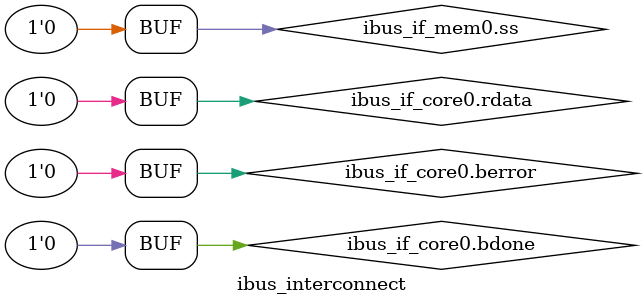
<source format=sv>
module ibus_interconnect(master_bus_if.ic ibus_if_core0, slave_bus_if.ic ibus_if_mem0);
    always_comb begin
        // default bus values
        ibus_if_core0.rdata = 32'b0;
        ibus_if_core0.berror = 1'b0;
        ibus_if_core0.bdone = 1'b0;
        ibus_if_core0.bgnt = ibus_if_core0.breq; // always grant (no contention)

        ibus_if_mem0.ss = 1'b0;

        // connect to bus
        ibus_if_mem0.wdata = ibus_if_core0.wdata;
        ibus_if_mem0.addr = ibus_if_core0.addr;
        ibus_if_mem0.tsize = ibus_if_core0.tsize;
        ibus_if_mem0.bstart = ibus_if_core0.bstart;
        ibus_if_mem0.ttype = READ;

        // poor man's multiplexor
        case(ibus_if_core0.addr[31:28])
            4'hF: begin
                ibus_if_core0.bdone = ibus_if_mem0.bdone;
                ibus_if_core0.rdata = ibus_if_mem0.rdata;
                ibus_if_mem0.ss = 1'b1;
            end
            // crossbar
        endcase
    end
endmodule
</source>
